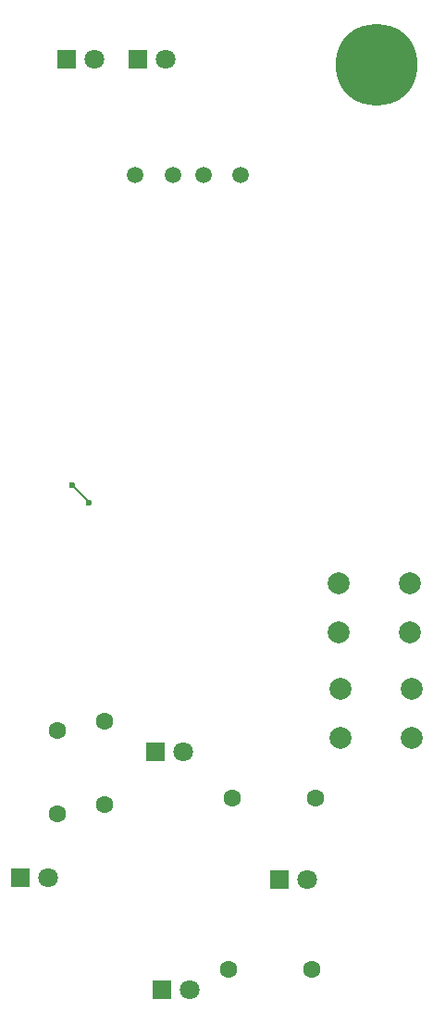
<source format=gbr>
%TF.GenerationSoftware,KiCad,Pcbnew,9.0.2*%
%TF.CreationDate,2025-07-03T20:52:15-07:00*%
%TF.ProjectId,solder,736f6c64-6572-42e6-9b69-6361645f7063,rev?*%
%TF.SameCoordinates,Original*%
%TF.FileFunction,Copper,L1,Top*%
%TF.FilePolarity,Positive*%
%FSLAX46Y46*%
G04 Gerber Fmt 4.6, Leading zero omitted, Abs format (unit mm)*
G04 Created by KiCad (PCBNEW 9.0.2) date 2025-07-03 20:52:15*
%MOMM*%
%LPD*%
G01*
G04 APERTURE LIST*
%TA.AperFunction,ComponentPad*%
%ADD10C,2.000000*%
%TD*%
%TA.AperFunction,ComponentPad*%
%ADD11R,1.800000X1.800000*%
%TD*%
%TA.AperFunction,ComponentPad*%
%ADD12C,1.800000*%
%TD*%
%TA.AperFunction,ComponentPad*%
%ADD13C,1.600000*%
%TD*%
%TA.AperFunction,ComponentPad*%
%ADD14C,1.500000*%
%TD*%
%TA.AperFunction,ViaPad*%
%ADD15C,7.500000*%
%TD*%
%TA.AperFunction,ViaPad*%
%ADD16C,0.600000*%
%TD*%
%TA.AperFunction,Conductor*%
%ADD17C,0.200000*%
%TD*%
G04 APERTURE END LIST*
D10*
%TO.P,SW1,1,1*%
%TO.N,Net-(R5-Pad1)*%
X153435000Y-94950000D03*
X159935000Y-94950000D03*
%TO.P,SW1,2,2*%
%TO.N,Net-(BT1-+)*%
X153435000Y-99450000D03*
X159935000Y-99450000D03*
%TD*%
D11*
%TO.P,D4,1,K*%
%TO.N,Net-(BT1--)*%
X124270000Y-121880000D03*
D12*
%TO.P,D4,2,A*%
%TO.N,Net-(D4-A)*%
X126810000Y-121880000D03*
%TD*%
D11*
%TO.P,D6,1,K*%
%TO.N,Net-(BT1--)*%
X147955000Y-122070000D03*
D12*
%TO.P,D6,2,A*%
%TO.N,Net-(D6-A)*%
X150495000Y-122070000D03*
%TD*%
D11*
%TO.P,D2,1,K*%
%TO.N,Net-(BT1--)*%
X135035567Y-47032545D03*
D12*
%TO.P,D2,2,A*%
%TO.N,Net-(D2-A)*%
X137575567Y-47032545D03*
%TD*%
D10*
%TO.P,SW2,1,1*%
%TO.N,Net-(R1-Pad2)*%
X153585000Y-104650000D03*
X160085000Y-104650000D03*
%TO.P,SW2,2,2*%
%TO.N,Net-(BT1-+)*%
X153585000Y-109150000D03*
X160085000Y-109150000D03*
%TD*%
D11*
%TO.P,D5,1,K*%
%TO.N,Net-(BT1--)*%
X137220000Y-132150000D03*
D12*
%TO.P,D5,2,A*%
%TO.N,Net-(D5-A)*%
X139760000Y-132150000D03*
%TD*%
D11*
%TO.P,D3,1,K*%
%TO.N,Net-(BT1--)*%
X136660000Y-110430000D03*
D12*
%TO.P,D3,2,A*%
%TO.N,Net-(D3-A)*%
X139200000Y-110430000D03*
%TD*%
D11*
%TO.P,D1,1,K*%
%TO.N,Net-(BT1--)*%
X128502285Y-47077420D03*
D12*
%TO.P,D1,2,A*%
%TO.N,Net-(D1-A)*%
X131042285Y-47077420D03*
%TD*%
D13*
%TO.P,R3,1*%
%TO.N,Net-(D5-A)*%
X143360000Y-130320000D03*
%TO.P,R3,2*%
%TO.N,Net-(R1-Pad2)*%
X150980000Y-130320000D03*
%TD*%
%TO.P,R2,1*%
%TO.N,Net-(D4-A)*%
X127650000Y-108460000D03*
%TO.P,R2,2*%
%TO.N,Net-(R1-Pad2)*%
X127650000Y-116080000D03*
%TD*%
%TO.P,R1,1*%
%TO.N,Net-(D3-A)*%
X132020000Y-107600000D03*
%TO.P,R1,2*%
%TO.N,Net-(R1-Pad2)*%
X132020000Y-115220000D03*
%TD*%
%TO.P,R4,1*%
%TO.N,Net-(D6-A)*%
X151300000Y-114660000D03*
%TO.P,R4,2*%
%TO.N,Net-(R1-Pad2)*%
X143680000Y-114660000D03*
%TD*%
D14*
%TO.P,R5,1*%
%TO.N,Net-(R5-Pad1)*%
X144460000Y-57650000D03*
%TO.P,R5,2*%
%TO.N,Net-(D2-A)*%
X141060000Y-57650000D03*
%TD*%
%TO.P,R6,1*%
%TO.N,Net-(R5-Pad1)*%
X138230000Y-57630000D03*
%TO.P,R6,2*%
%TO.N,Net-(D1-A)*%
X134830000Y-57630000D03*
%TD*%
D15*
%TO.N,*%
X156870000Y-47570000D03*
D16*
%TO.N,Net-(BT1-+)*%
X129050000Y-86040000D03*
X130580000Y-87610000D03*
%TD*%
D17*
%TO.N,Net-(BT1-+)*%
X130580000Y-87570000D02*
X130580000Y-87610000D01*
X129050000Y-86040000D02*
X130580000Y-87570000D01*
%TD*%
M02*

</source>
